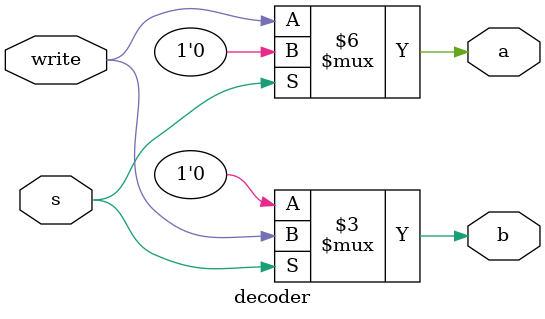
<source format=sv>
`timescale 1ns/1ps
module decoder (
    input logic write,
    input logic s,
    output logic a,
    output logic b
);
    always_comb
    begin
        case (s)
            1: begin
                   a = 1'b0;
                   b = write; 
               end
            default: begin
                        a = write;
                        b = 1'b0;
                     end
        endcase
    end
endmodule
</source>
